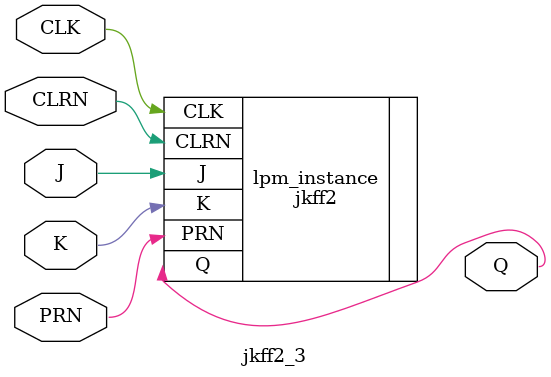
<source format=v>



module jkff2_3(K,CLRN,CLK,PRN,J,Q);
input K;
input CLRN;
input CLK;
input PRN;
input J;
output Q;

jkff2	lpm_instance(.K(K),.CLRN(CLRN),.CLK(CLK),.PRN(PRN),.J(J),.Q(Q));

endmodule

</source>
